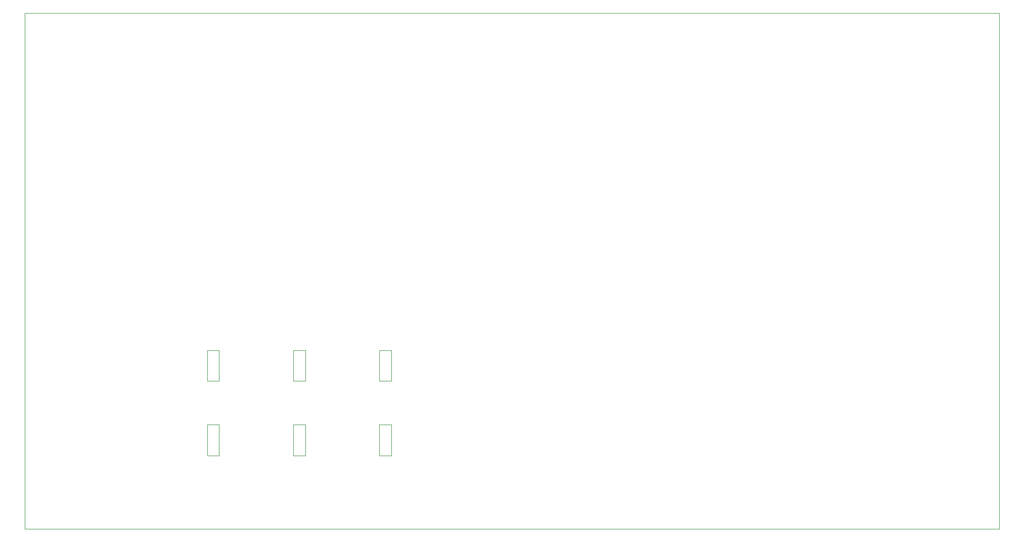
<source format=gbr>
G04 #@! TF.GenerationSoftware,KiCad,Pcbnew,(5.1.7)-1*
G04 #@! TF.CreationDate,2021-11-13T12:18:00+01:00*
G04 #@! TF.ProjectId,ct-1740-psu-board,63742d31-3734-4302-9d70-73752d626f61,rev?*
G04 #@! TF.SameCoordinates,Original*
G04 #@! TF.FileFunction,Profile,NP*
%FSLAX46Y46*%
G04 Gerber Fmt 4.6, Leading zero omitted, Abs format (unit mm)*
G04 Created by KiCad (PCBNEW (5.1.7)-1) date 2021-11-13 12:18:00*
%MOMM*%
%LPD*%
G01*
G04 APERTURE LIST*
G04 #@! TA.AperFunction,Profile*
%ADD10C,0.050000*%
G04 #@! TD*
G04 APERTURE END LIST*
D10*
X83950000Y-84200000D02*
X81850000Y-84200000D01*
X83950000Y-78800000D02*
X83950000Y-84200000D01*
X81850000Y-78800000D02*
X83950000Y-78800000D01*
X81850000Y-84200000D02*
X81850000Y-78800000D01*
X83950000Y-91800000D02*
X81850000Y-91800000D01*
X83950000Y-91800000D02*
X83950000Y-97200000D01*
X83950000Y-97200000D02*
X81850000Y-97200000D01*
X81850000Y-91800000D02*
X81850000Y-97200000D01*
X51850000Y-84200000D02*
X51850000Y-78800000D01*
X53950000Y-84200000D02*
X51850000Y-84200000D01*
X53950000Y-78800000D02*
X53950000Y-84200000D01*
X51850000Y-78800000D02*
X53950000Y-78800000D01*
X53950000Y-91800000D02*
X51850000Y-91800000D01*
X53950000Y-97200000D02*
X53950000Y-91800000D01*
X51850000Y-97200000D02*
X53950000Y-97200000D01*
X51850000Y-91800000D02*
X51850000Y-97200000D01*
X68950000Y-91800000D02*
X66850000Y-91800000D01*
X66850000Y-91800000D02*
X66850000Y-97200000D01*
X68950000Y-97200000D02*
X66850000Y-97200000D01*
X68950000Y-91800000D02*
X68950000Y-97200000D01*
X66850000Y-84200000D02*
X66850000Y-78800000D01*
X68950000Y-84200000D02*
X66850000Y-84200000D01*
X68950000Y-78800000D02*
X68950000Y-84200000D01*
X66850000Y-78800000D02*
X68950000Y-78800000D01*
X190000000Y-110000000D02*
X190000000Y-20000000D01*
X20000000Y-110000000D02*
X190000000Y-110000000D01*
X20000000Y-20000000D02*
X20000000Y-110000000D01*
X20000000Y-20000000D02*
X190000000Y-20000000D01*
M02*

</source>
